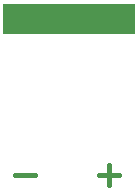
<source format=gto>
%FSLAX25Y25*%
%MOIN*%
G70*
G01*
G75*
G04 Layer_Color=65535*
%ADD10R,0.04724X0.02638*%
%ADD11R,0.01969X0.01969*%
%ADD12C,0.02362*%
%ADD13C,0.02500*%
%ADD14C,0.00787*%
%ADD15C,0.08000*%
%ADD16C,0.18000*%
%ADD17C,0.01969*%
%ADD18C,0.02953*%
%ADD19C,0.00800*%
%ADD20C,0.01200*%
%ADD21C,0.01500*%
G36*
X50000Y18000D02*
X6000D01*
Y28000D01*
X50000D01*
Y18000D01*
D02*
G37*
D21*
X38000Y-29002D02*
X44664D01*
X41332Y-25669D02*
Y-32334D01*
X10000Y-29002D02*
X16665D01*
M02*

</source>
